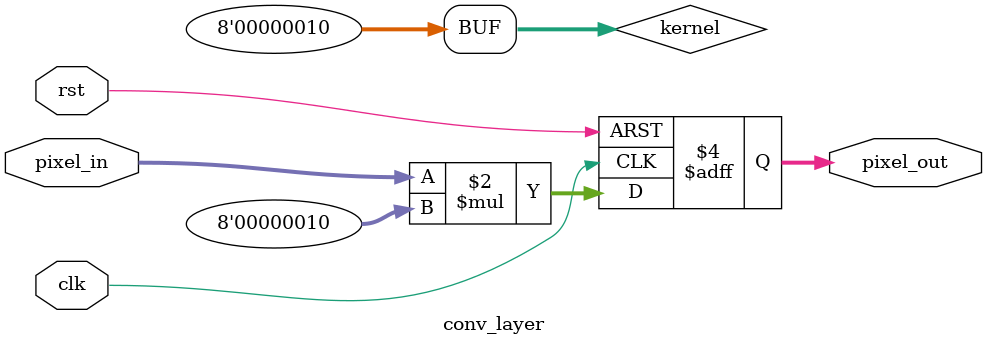
<source format=v>
module conv_layer(input clk, input rst, input [7:0] pixel_in, output reg [7:0] pixel_out);
    reg [7:0] kernel = 8'd2;  // fixed weight for simplicity

    always @(posedge clk or posedge rst) begin
        if (rst)
            pixel_out <= 0;
        else
            pixel_out <= pixel_in * kernel;
    end
endmodule

</source>
